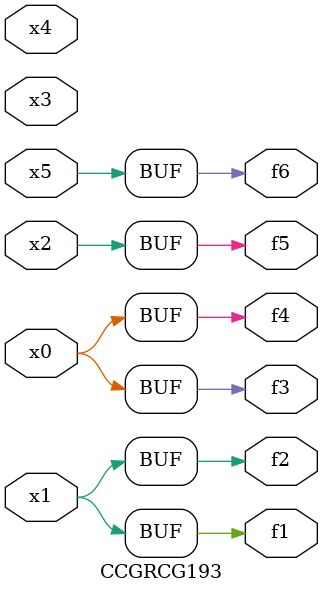
<source format=v>
module CCGRCG193(
	input x0, x1, x2, x3, x4, x5,
	output f1, f2, f3, f4, f5, f6
);
	assign f1 = x1;
	assign f2 = x1;
	assign f3 = x0;
	assign f4 = x0;
	assign f5 = x2;
	assign f6 = x5;
endmodule

</source>
